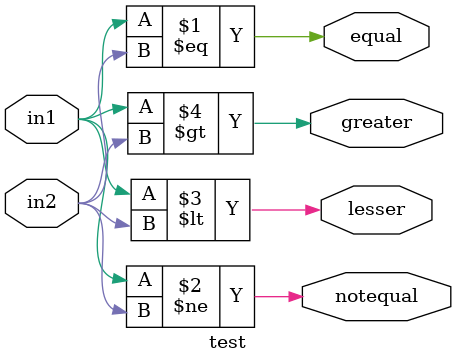
<source format=v>
module test(input in1, in2, output equal, notequal, lesser, greater);

assign equal = (in1 == in2);
assign notequal = (in1 != in2);
assign lesser = (in1 < in2);
assign greater = (in1 > in2);

endmodule

</source>
